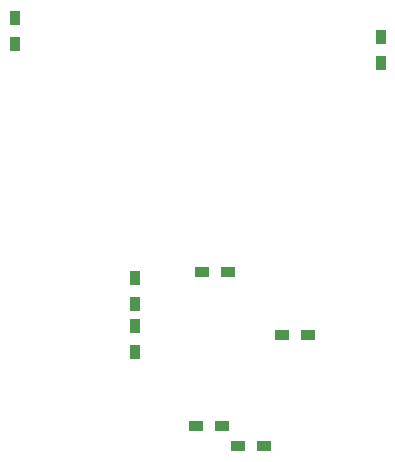
<source format=gbp>
G04 #@! TF.GenerationSoftware,KiCad,Pcbnew,(2018-01-30 revision 342197bb3)-makepkg*
G04 #@! TF.CreationDate,2019-02-26T10:02:36-05:00*
G04 #@! TF.ProjectId,AAMB,41414D422E6B696361645F7063620000,rev?*
G04 #@! TF.SameCoordinates,Original*
G04 #@! TF.FileFunction,Paste,Bot*
G04 #@! TF.FilePolarity,Positive*
%FSLAX46Y46*%
G04 Gerber Fmt 4.6, Leading zero omitted, Abs format (unit mm)*
G04 Created by KiCad (PCBNEW (2018-01-30 revision 342197bb3)-makepkg) date 02/26/19 10:02:36*
%MOMM*%
%LPD*%
G01*
G04 APERTURE LIST*
%ADD10R,1.200000X0.900000*%
%ADD11R,0.900000X1.200000*%
G04 APERTURE END LIST*
D10*
X163830000Y-94234000D03*
X161630000Y-94234000D03*
X160281000Y-92544000D03*
X158081000Y-92544000D03*
D11*
X152908000Y-80010000D03*
X152908000Y-82210000D03*
X152908000Y-84074000D03*
X152908000Y-86274000D03*
D10*
X158582000Y-79502000D03*
X160782000Y-79502000D03*
D11*
X142748000Y-57998000D03*
X142748000Y-60198000D03*
X173736000Y-61806000D03*
X173736000Y-59606000D03*
D10*
X165354000Y-84836000D03*
X167554000Y-84836000D03*
M02*

</source>
